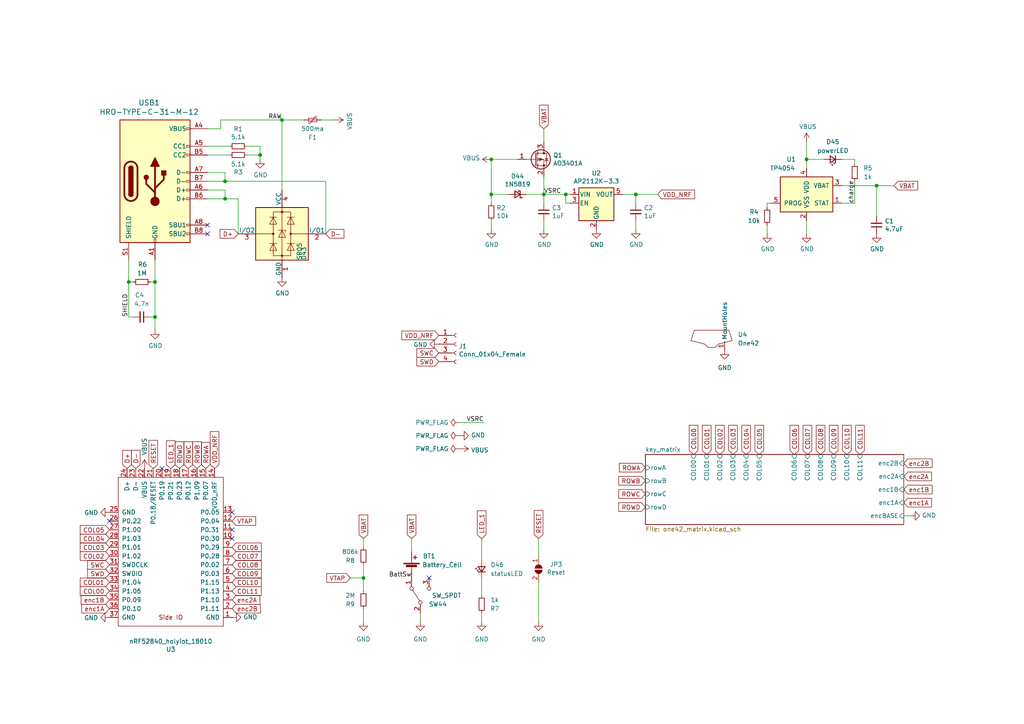
<source format=kicad_sch>
(kicad_sch (version 20210621) (generator eeschema)
  (paper "A4")
  (lib_symbols
    (symbol "Battery_Management:MCP73831-3-OT" (pin_names (offset 1.016))
      (property "Reference" "U" (at -7.62 6.35 0))
      (property "Value" "Battery_Management_MCP73831-3-OT" (at 1.27 6.35 0))
      (symbol "MCP73831-3-OT_0_1"
        (rectangle (start -7.62 5.08) (end 7.62 -5.08) (stroke (width 0.254)) (fill (type background)))
      )
      (symbol "MCP73831-3-OT_1_1"
        (pin output line (at 10.16 -2.54 180) (length 2.54) (name "STAT") (number "1"))
        (pin power_in line (at 0 -7.62 90) (length 2.54) (name "VSS") (number "2"))
        (pin power_out line (at 10.16 2.54 180) (length 2.54) (name "VBAT") (number "3"))
        (pin power_in line (at 0 7.62 270) (length 2.54) (name "VDD") (number "4"))
        (pin input line (at -10.16 -2.54 0) (length 2.54) (name "PROG") (number "5"))
      )
    )
    (symbol "Connector:Conn_01x04_Female" (pin_names (offset 1.016) hide)
      (property "Reference" "J" (at 0 5.08 0))
      (property "Value" "Connector_Conn_01x04_Female" (at 0 -7.62 0))
      (symbol "Conn_01x04_Female_1_1"
        (arc (start 0 -4.572) (mid -0.508 -5.08) (end 0 -5.588) (stroke (width 0.1524)))
        (arc (start 0 -2.032) (mid -0.508 -2.54) (end 0 -3.048) (stroke (width 0.1524)))
        (polyline (pts (xy -1.27 -5.08) (xy -0.508 -5.08)) (stroke (width 0.1524)))
        (polyline (pts (xy -1.27 -2.54) (xy -0.508 -2.54)) (stroke (width 0.1524)))
        (polyline (pts (xy -1.27 0) (xy -0.508 0)) (stroke (width 0.1524)))
        (polyline (pts (xy -1.27 2.54) (xy -0.508 2.54)) (stroke (width 0.1524)))
        (arc (start 0 0.508) (mid -0.508 0) (end 0 -0.508) (stroke (width 0.1524)))
        (arc (start 0 3.048) (mid -0.508 2.54) (end 0 2.032) (stroke (width 0.1524)))
        (pin passive line (at -5.08 2.54 0) (length 3.81) (name "Pin_1") (number "1"))
        (pin passive line (at -5.08 0 0) (length 3.81) (name "Pin_2") (number "2"))
        (pin passive line (at -5.08 -2.54 0) (length 3.81) (name "Pin_3") (number "3"))
        (pin passive line (at -5.08 -5.08 0) (length 3.81) (name "Pin_4") (number "4"))
      )
    )
    (symbol "Connector:USB_C_Receptacle_USB2.0" (pin_names (offset 1.016))
      (property "Reference" "J" (at -10.16 19.05 0))
      (property "Value" "USB_C_Receptacle_USB2.0" (at 19.05 19.05 0))
      (symbol "USB_C_Receptacle_USB2.0_0_0"
        (rectangle (start -0.254 -17.78) (end 0.254 -16.764))
        (rectangle (start 10.16 -14.986) (end 9.144 -15.494))
        (rectangle (start 10.16 -12.446) (end 9.144 -12.954))
        (rectangle (start 10.16 -4.826) (end 9.144 -5.334))
        (rectangle (start 10.16 -2.286) (end 9.144 -2.794))
        (rectangle (start 10.16 0.254) (end 9.144 -0.254))
        (rectangle (start 10.16 2.794) (end 9.144 2.286))
        (rectangle (start 10.16 7.874) (end 9.144 7.366))
        (rectangle (start 10.16 10.414) (end 9.144 9.906))
        (rectangle (start 10.16 15.494) (end 9.144 14.986))
      )
      (symbol "USB_C_Receptacle_USB2.0_0_1"
        (rectangle (start -10.16 17.78) (end 10.16 -17.78) (stroke (width 0.254)) (fill (type background)))
        (arc (start -8.89 -3.81) (mid -6.985 -5.715) (end -5.08 -3.81) (stroke (width 0.508)))
        (arc (start -7.62 -3.81) (mid -6.985 -4.445) (end -6.35 -3.81) (stroke (width 0.254)))
        (arc (start -7.62 -3.81) (mid -6.985 -4.445) (end -6.35 -3.81) (stroke (width 0.254)) (fill (type outline)))
        (rectangle (start -7.62 -3.81) (end -6.35 3.81) (stroke (width 0.254)) (fill (type outline)))
        (arc (start -6.35 3.81) (mid -6.985 4.445) (end -7.62 3.81) (stroke (width 0.254)))
        (arc (start -6.35 3.81) (mid -6.985 4.445) (end -7.62 3.81) (stroke (width 0.254)) (fill (type outline)))
        (arc (start -5.08 3.81) (mid -6.985 5.715) (end -8.89 3.81) (stroke (width 0.508)))
        (circle (center -2.54 1.143) (radius 0.635) (stroke (width 0.254)) (stroke (width 0.254)) (fill (type outline)))
        (circle (center 0 -5.842) (radius 1.27) (fill (type outline)))
        (polyline (pts (xy -8.89 -3.81) (xy -8.89 3.81)) (stroke (width 0.508)))
        (polyline (pts (xy -5.08 3.81) (xy -5.08 -3.81)) (stroke (width 0.508)))
        (polyline (pts (xy 0 -5.842) (xy 0 4.318)) (stroke (width 0.508)))
        (polyline (pts (xy 0 -3.302) (xy -2.54 -0.762) (xy -2.54 0.508)) (stroke (width 0.508)))
        (polyline (pts (xy 0 -2.032) (xy 2.54 0.508) (xy 2.54 1.778)) (stroke (width 0.508)))
        (polyline (pts (xy -1.27 4.318) (xy 0 6.858) (xy 1.27 4.318) (xy -1.27 4.318)) (stroke (width 0.254)) (fill (type outline)))
        (rectangle (start 1.905 1.778) (end 3.175 3.048) (stroke (width 0.254)) (fill (type outline)))
      )
      (symbol "USB_C_Receptacle_USB2.0_1_1"
        (pin passive line (at 0 -22.86 90) (length 5.08) (name "GND") (number "A1"))
        (pin passive line (at 0 -22.86 90) (length 5.08) hide (name "GND") (number "A12"))
        (pin passive line (at 15.24 15.24 180) (length 5.08) (name "VBUS") (number "A4"))
        (pin bidirectional line (at 15.24 10.16 180) (length 5.08) (name "CC1") (number "A5"))
        (pin bidirectional line (at 15.24 -2.54 180) (length 5.08) (name "D+") (number "A6"))
        (pin bidirectional line (at 15.24 2.54 180) (length 5.08) (name "D-") (number "A7"))
        (pin bidirectional line (at 15.24 -12.7 180) (length 5.08) (name "SBU1") (number "A8"))
        (pin passive line (at 15.24 15.24 180) (length 5.08) hide (name "VBUS") (number "A9"))
        (pin passive line (at 0 -22.86 90) (length 5.08) hide (name "GND") (number "B1"))
        (pin passive line (at 0 -22.86 90) (length 5.08) hide (name "GND") (number "B12"))
        (pin passive line (at 15.24 15.24 180) (length 5.08) hide (name "VBUS") (number "B4"))
        (pin bidirectional line (at 15.24 7.62 180) (length 5.08) (name "CC2") (number "B5"))
        (pin bidirectional line (at 15.24 -5.08 180) (length 5.08) (name "D+") (number "B6"))
        (pin bidirectional line (at 15.24 0 180) (length 5.08) (name "D-") (number "B7"))
        (pin bidirectional line (at 15.24 -15.24 180) (length 5.08) (name "SBU2") (number "B8"))
        (pin passive line (at 15.24 15.24 180) (length 5.08) hide (name "VBUS") (number "B9"))
        (pin passive line (at -7.62 -22.86 90) (length 5.08) (name "SHIELD") (number "S1"))
      )
    )
    (symbol "Device:Battery_Cell" (pin_numbers hide) (pin_names (offset 0) hide)
      (property "Reference" "BT" (at 2.54 2.54 0))
      (property "Value" "Battery_Cell" (at 2.54 0 0))
      (symbol "Battery_Cell_0_1"
        (rectangle (start -2.286 1.778) (end 2.286 1.524) (fill (type outline)))
        (rectangle (start -1.5748 1.1938) (end 1.4732 0.6858) (fill (type outline)))
        (polyline (pts (xy 0 0.762) (xy 0 0)))
        (polyline (pts (xy 0 1.778) (xy 0 2.54)))
        (polyline (pts (xy 0.508 3.429) (xy 1.524 3.429)) (stroke (width 0.254)))
        (polyline (pts (xy 1.016 3.937) (xy 1.016 2.921)) (stroke (width 0.254)))
      )
      (symbol "Battery_Cell_1_1"
        (pin passive line (at 0 5.08 270) (length 2.54) (name "+") (number "1"))
        (pin passive line (at 0 -2.54 90) (length 2.54) (name "-") (number "2"))
      )
    )
    (symbol "Device:C_Small" (pin_numbers hide) (pin_names (offset 0.254) hide)
      (property "Reference" "C" (at 0.254 1.778 0))
      (property "Value" "Device_C_Small" (at 0.254 -2.032 0))
      (symbol "C_Small_0_1"
        (polyline (pts (xy -1.524 -0.508) (xy 1.524 -0.508)) (stroke (width 0.3302)))
        (polyline (pts (xy -1.524 0.508) (xy 1.524 0.508)) (stroke (width 0.3048)))
      )
      (symbol "C_Small_1_1"
        (pin passive line (at 0 2.54 270) (length 2.032) (name "~") (number "1"))
        (pin passive line (at 0 -2.54 90) (length 2.032) (name "~") (number "2"))
      )
    )
    (symbol "Device:D_Schottky_Small" (pin_numbers hide) (pin_names (offset 0.254) hide)
      (property "Reference" "D" (at -1.27 2.032 0))
      (property "Value" "Device_D_Schottky_Small" (at -7.112 -2.032 0))
      (symbol "D_Schottky_Small_0_1"
        (polyline (pts (xy -0.762 0) (xy 0.762 0)))
        (polyline (pts (xy 0.762 -1.016) (xy -0.762 0) (xy 0.762 1.016) (xy 0.762 -1.016)) (stroke (width 0.254)))
        (polyline (pts (xy -1.27 0.762) (xy -1.27 1.016) (xy -0.762 1.016) (xy -0.762 -1.016) (xy -0.254 -1.016) (xy -0.254 -0.762)) (stroke (width 0.254)))
      )
      (symbol "D_Schottky_Small_1_1"
        (pin passive line (at -2.54 0 0) (length 1.778) (name "K") (number "1"))
        (pin passive line (at 2.54 0 180) (length 1.778) (name "A") (number "2"))
      )
    )
    (symbol "Device:LED_Small" (pin_numbers hide) (pin_names (offset 0.254) hide)
      (property "Reference" "D" (at -1.27 3.175 0))
      (property "Value" "Device_LED_Small" (at -4.445 -2.54 0))
      (symbol "LED_Small_0_1"
        (polyline (pts (xy -0.762 -1.016) (xy -0.762 1.016)) (stroke (width 0.254)))
        (polyline (pts (xy 1.016 0) (xy -0.762 0)))
        (polyline (pts (xy 0.762 -1.016) (xy -0.762 0) (xy 0.762 1.016) (xy 0.762 -1.016)) (stroke (width 0.254)))
        (polyline (pts (xy 0 0.762) (xy -0.508 1.27) (xy -0.254 1.27) (xy -0.508 1.27) (xy -0.508 1.016)))
        (polyline (pts (xy 0.508 1.27) (xy 0 1.778) (xy 0.254 1.778) (xy 0 1.778) (xy 0 1.524)))
      )
      (symbol "LED_Small_1_1"
        (pin passive line (at -2.54 0 0) (length 1.778) (name "K") (number "1"))
        (pin passive line (at 2.54 0 180) (length 1.778) (name "A") (number "2"))
      )
    )
    (symbol "Device:Polyfuse_Small" (pin_numbers hide) (pin_names (offset 0))
      (property "Reference" "F" (at -1.905 0 90))
      (property "Value" "Device_Polyfuse_Small" (at 1.905 0 90))
      (symbol "Polyfuse_Small_0_1"
        (rectangle (start -0.508 1.27) (end 0.508 -1.27))
        (polyline (pts (xy 0 2.54) (xy 0 -2.54)))
        (polyline (pts (xy -1.016 1.27) (xy -1.016 0.762) (xy 1.016 -0.762) (xy 1.016 -1.27)))
      )
      (symbol "Polyfuse_Small_1_1"
        (pin passive line (at 0 2.54 270) (length 0.635) (name "~") (number "1"))
        (pin passive line (at 0 -2.54 90) (length 0.635) (name "~") (number "2"))
      )
    )
    (symbol "Device:R_Small" (pin_numbers hide) (pin_names (offset 0.254) hide)
      (property "Reference" "R" (at 0.762 0.508 0))
      (property "Value" "R_Small" (at 0.762 -1.016 0))
      (symbol "R_Small_0_1"
        (rectangle (start -0.762 1.778) (end 0.762 -1.778) (stroke (width 0.2032)))
      )
      (symbol "R_Small_1_1"
        (pin passive line (at 0 2.54 270) (length 0.762) (name "~") (number "1"))
        (pin passive line (at 0 -2.54 90) (length 0.762) (name "~") (number "2"))
      )
    )
    (symbol "Jumper:SolderJumper_2_Open" (pin_names (offset 0) hide)
      (property "Reference" "JP" (at 0 2.032 0))
      (property "Value" "Jumper_SolderJumper_2_Open" (at 0 -2.54 0))
      (symbol "SolderJumper_2_Open_0_1"
        (arc (start -0.254 1.016) (mid -1.27 0) (end -0.254 -1.016))
        (arc (start -0.254 1.016) (mid -1.27 0) (end -0.254 -1.016) (fill (type outline)))
        (polyline (pts (xy -0.254 1.016) (xy -0.254 -1.016)))
        (polyline (pts (xy 0.254 1.016) (xy 0.254 -1.016)))
        (arc (start 0.254 -1.016) (mid 1.27 0) (end 0.254 1.016))
        (arc (start 0.254 -1.016) (mid 1.27 0) (end 0.254 1.016) (fill (type outline)))
      )
      (symbol "SolderJumper_2_Open_1_1"
        (pin passive line (at -3.81 0 0) (length 2.54) (name "A") (number "1"))
        (pin passive line (at 3.81 0 180) (length 2.54) (name "B") (number "2"))
      )
    )
    (symbol "PWR_FLAG_1" (power) (pin_numbers hide) (pin_names (offset 0) hide)
      (property "Value" "PWR_FLAG_1" (at 0 3.81 0))
      (symbol "PWR_FLAG_1_0_0"
        (pin power_out line (at 0 0 90) (length 0) (name "pwr") (number "1"))
      )
      (symbol "PWR_FLAG_1_0_1"
        (polyline (pts (xy 0 0) (xy 0 1.27) (xy -1.016 1.905) (xy 0 2.54) (xy 1.016 1.905) (xy 0 1.27)))
      )
    )
    (symbol "Power_Protection:PRTR5V0U2X" (pin_names (offset 0))
      (property "Reference" "D" (at 2.794 8.636 0))
      (property "Value" "Power_Protection_PRTR5V0U2X" (at 8.128 -9.398 0))
      (symbol "PRTR5V0U2X_0_1"
        (rectangle (start -7.62 -7.62) (end 7.62 7.62) (stroke (width 0.254)) (fill (type background)))
        (circle (center -2.54 0) (radius 0.254) (fill (type outline)))
        (rectangle (start -2.54 6.35) (end 2.54 -6.35))
        (circle (center 0 -6.35) (radius 0.254) (fill (type outline)))
        (polyline (pts (xy -2.54 0) (xy -7.62 0)))
        (polyline (pts (xy -1.524 -2.794) (xy -3.556 -2.794)))
        (polyline (pts (xy -1.524 4.826) (xy -3.556 4.826)))
        (polyline (pts (xy 0 -7.62) (xy 0 7.62)))
        (polyline (pts (xy 1.524 -2.794) (xy 3.556 -2.794)))
        (polyline (pts (xy 1.524 4.826) (xy 3.556 4.826)))
        (polyline (pts (xy 2.54 0) (xy 7.62 0)))
        (polyline (pts (xy 1.016 1.016) (xy -1.016 1.016) (xy -1.016 0.508)))
        (polyline (pts (xy -3.556 -4.826) (xy -1.524 -4.826) (xy -2.54 -2.794) (xy -3.556 -4.826)))
        (polyline (pts (xy -3.556 2.794) (xy -1.524 2.794) (xy -2.54 4.826) (xy -3.556 2.794)))
        (polyline (pts (xy -1.016 -1.016) (xy 1.016 -1.016) (xy 0 1.016) (xy -1.016 -1.016)))
        (polyline (pts (xy 3.556 -4.826) (xy 1.524 -4.826) (xy 2.54 -2.794) (xy 3.556 -4.826)))
        (polyline (pts (xy 3.556 2.794) (xy 1.524 2.794) (xy 2.54 4.826) (xy 3.556 2.794)))
        (circle (center 0 6.35) (radius 0.254) (fill (type outline)))
        (circle (center 2.54 0) (radius 0.254) (fill (type outline)))
      )
      (symbol "PRTR5V0U2X_1_1"
        (pin passive line (at 0 -12.7 90) (length 5.08) (name "GND") (number "1"))
        (pin passive line (at -12.7 0 0) (length 5.08) (name "I/O1") (number "2"))
        (pin passive line (at 12.7 0 180) (length 5.08) (name "I/O2") (number "3"))
        (pin passive line (at 0 12.7 270) (length 5.08) (name "VCC") (number "4"))
      )
    )
    (symbol "R_Small_1" (pin_numbers hide) (pin_names (offset 0.254) hide)
      (property "Reference" "R" (at 0.762 0.508 0))
      (property "Value" "R_Small_1" (at 0.762 -1.016 0))
      (symbol "R_Small_1_0_1"
        (rectangle (start -0.762 1.778) (end 0.762 -1.778) (stroke (width 0.2032)))
      )
      (symbol "R_Small_1_1_1"
        (pin passive line (at 0 2.54 270) (length 0.762) (name "~") (number "1"))
        (pin passive line (at 0 -2.54 90) (length 0.762) (name "~") (number "2"))
      )
    )
    (symbol "R_Small_2" (pin_numbers hide) (pin_names (offset 0.254) hide)
      (property "Reference" "R" (at 0.762 0.508 0))
      (property "Value" "R_Small_2" (at 0.762 -1.016 0))
      (symbol "R_Small_2_0_1"
        (rectangle (start -0.762 1.778) (end 0.762 -1.778) (stroke (width 0.2032)))
      )
      (symbol "R_Small_2_1_1"
        (pin passive line (at 0 2.54 270) (length 0.762) (name "~") (number "1"))
        (pin passive line (at 0 -2.54 90) (length 0.762) (name "~") (number "2"))
      )
    )
    (symbol "R_Small_3" (pin_numbers hide) (pin_names (offset 0.254) hide)
      (property "Reference" "R" (at 0.762 0.508 0))
      (property "Value" "R_Small_3" (at 0.762 -1.016 0))
      (symbol "R_Small_3_0_1"
        (rectangle (start -0.762 1.778) (end 0.762 -1.778) (stroke (width 0.2032)))
      )
      (symbol "R_Small_3_1_1"
        (pin passive line (at 0 2.54 270) (length 0.762) (name "~") (number "1"))
        (pin passive line (at 0 -2.54 90) (length 0.762) (name "~") (number "2"))
      )
    )
    (symbol "R_Small_4" (pin_numbers hide) (pin_names (offset 0.254) hide)
      (property "Reference" "R" (at 0.762 0.508 0))
      (property "Value" "R_Small_4" (at 0.762 -1.016 0))
      (symbol "R_Small_4_0_1"
        (rectangle (start -0.762 1.778) (end 0.762 -1.778) (stroke (width 0.2032)))
      )
      (symbol "R_Small_4_1_1"
        (pin passive line (at 0 2.54 270) (length 0.762) (name "~") (number "1"))
        (pin passive line (at 0 -2.54 90) (length 0.762) (name "~") (number "2"))
      )
    )
    (symbol "R_Small_5" (pin_numbers hide) (pin_names (offset 0.254) hide)
      (property "Reference" "R" (at 0.762 0.508 0))
      (property "Value" "R_Small_5" (at 0.762 -1.016 0))
      (symbol "R_Small_5_0_1"
        (rectangle (start -0.762 1.778) (end 0.762 -1.778) (stroke (width 0.2032)))
      )
      (symbol "R_Small_5_1_1"
        (pin passive line (at 0 2.54 270) (length 0.762) (name "~") (number "1"))
        (pin passive line (at 0 -2.54 90) (length 0.762) (name "~") (number "2"))
      )
    )
    (symbol "R_Small_6" (pin_numbers hide) (pin_names (offset 0.254) hide)
      (property "Reference" "R" (at 0.762 0.508 0))
      (property "Value" "R_Small_6" (at 0.762 -1.016 0))
      (symbol "R_Small_6_0_1"
        (rectangle (start -0.762 1.778) (end 0.762 -1.778) (stroke (width 0.2032)))
      )
      (symbol "R_Small_6_1_1"
        (pin passive line (at 0 2.54 270) (length 0.762) (name "~") (number "1"))
        (pin passive line (at 0 -2.54 90) (length 0.762) (name "~") (number "2"))
      )
    )
    (symbol "R_Small_7" (pin_numbers hide) (pin_names (offset 0.254) hide)
      (property "Reference" "R" (at 0.762 0.508 0))
      (property "Value" "R_Small_7" (at 0.762 -1.016 0))
      (symbol "R_Small_7_0_1"
        (rectangle (start -0.762 1.778) (end 0.762 -1.778) (stroke (width 0.2032)))
      )
      (symbol "R_Small_7_1_1"
        (pin passive line (at 0 2.54 270) (length 0.762) (name "~") (number "1"))
        (pin passive line (at 0 -2.54 90) (length 0.762) (name "~") (number "2"))
      )
    )
    (symbol "R_Small_8" (pin_numbers hide) (pin_names (offset 0.254) hide)
      (property "Reference" "R" (at 0.762 0.508 0))
      (property "Value" "R_Small_8" (at 0.762 -1.016 0))
      (symbol "R_Small_8_0_1"
        (rectangle (start -0.762 1.778) (end 0.762 -1.778) (stroke (width 0.2032)))
      )
      (symbol "R_Small_8_1_1"
        (pin passive line (at 0 2.54 270) (length 0.762) (name "~") (number "1"))
        (pin passive line (at 0 -2.54 90) (length 0.762) (name "~") (number "2"))
      )
    )
    (symbol "Regulator_Linear:AP2112K-3.3" (pin_names (offset 0.254))
      (property "Reference" "U" (at -5.08 5.715 0))
      (property "Value" "Regulator_Linear_AP2112K-3.3" (at 0 5.715 0))
      (symbol "AP2112K-3.3_0_1"
        (rectangle (start -5.08 4.445) (end 5.08 -5.08) (stroke (width 0.254)) (fill (type background)))
      )
      (symbol "AP2112K-3.3_1_1"
        (pin power_in line (at -7.62 2.54 0) (length 2.54) (name "VIN") (number "1"))
        (pin power_in line (at 0 -7.62 90) (length 2.54) (name "GND") (number "2"))
        (pin input line (at -7.62 0 0) (length 2.54) (name "EN") (number "3"))
        (pin no_connect line (at 5.08 0 180) (length 2.54) hide (name "NC") (number "4"))
        (pin power_out line (at 7.62 2.54 180) (length 2.54) (name "VOUT") (number "5"))
      )
    )
    (symbol "Switch:SW_SPDT" (pin_names (offset 0) hide)
      (property "Reference" "SW" (at 0 4.318 0))
      (property "Value" "Switch_SW_SPDT" (at 0 -5.08 0))
      (symbol "SW_SPDT_0_0"
        (circle (center -2.032 0) (radius 0.508))
        (circle (center 2.032 -2.54) (radius 0.508))
      )
      (symbol "SW_SPDT_0_1"
        (polyline (pts (xy -1.524 0.254) (xy 1.651 2.286)))
        (circle (center 2.032 2.54) (radius 0.508))
      )
      (symbol "SW_SPDT_1_1"
        (pin passive line (at 5.08 2.54 180) (length 2.54) (name "A") (number "1"))
        (pin passive line (at -5.08 0 0) (length 2.54) (name "B") (number "2"))
        (pin passive line (at 5.08 -2.54 180) (length 2.54) (name "C") (number "3"))
      )
    )
    (symbol "Transistor_FET:AO3401A" (pin_names hide)
      (property "Reference" "Q" (at 5.08 1.905 0))
      (property "Value" "Transistor_FET_AO3401A" (at 5.08 0 0))
      (symbol "AO3401A_0_1"
        (polyline (pts (xy 0.254 0) (xy -2.54 0)))
        (polyline (pts (xy 0.254 1.905) (xy 0.254 -1.905)) (stroke (width 0.254)))
        (polyline (pts (xy 0.762 -1.27) (xy 0.762 -2.286)) (stroke (width 0.254)))
        (polyline (pts (xy 0.762 0.508) (xy 0.762 -0.508)) (stroke (width 0.254)))
        (polyline (pts (xy 0.762 2.286) (xy 0.762 1.27)) (stroke (width 0.254)))
        (polyline (pts (xy 2.54 2.54) (xy 2.54 1.778)))
        (polyline (pts (xy 2.54 -2.54) (xy 2.54 0) (xy 0.762 0)))
        (polyline (pts (xy 0.762 1.778) (xy 3.302 1.778) (xy 3.302 -1.778) (xy 0.762 -1.778)))
        (polyline (pts (xy 2.286 0) (xy 1.27 0.381) (xy 1.27 -0.381) (xy 2.286 0)) (fill (type outline)))
        (polyline (pts (xy 2.794 -0.508) (xy 2.921 -0.381) (xy 3.683 -0.381) (xy 3.81 -0.254)))
        (polyline (pts (xy 3.302 -0.381) (xy 2.921 0.254) (xy 3.683 0.254) (xy 3.302 -0.381)))
        (circle (center 1.651 0) (radius 2.794) (stroke (width 0.254)) (stroke (width 0.254)))
        (circle (center 2.54 -1.778) (radius 0.254) (fill (type outline)))
        (circle (center 2.54 1.778) (radius 0.254) (fill (type outline)))
      )
      (symbol "AO3401A_1_1"
        (pin input line (at -5.08 0 0) (length 2.54) (name "G") (number "1"))
        (pin passive line (at 2.54 -5.08 90) (length 2.54) (name "S") (number "2"))
        (pin passive line (at 2.54 5.08 270) (length 2.54) (name "D") (number "3"))
      )
    )
    (symbol "keebMCU:nRF52840_holyiot_18010" (pin_names (offset 1.016))
      (property "Reference" "U3" (at 0 28.321 0))
      (property "Value" "nRF52840_holyiot_18010" (at 0 26.0096 0))
      (symbol "nRF52840_holyiot_18010_0_0"
        (rectangle (start -15.24 21.59) (end 15.24 -21.59))
        (text "Side IO" (at 0 19.05 0) (effects (font (size 1.27 1.27))))
      )
      (symbol "nRF52840_holyiot_18010_1_1"
        (pin power_in line (at -17.78 19.05 0) (length 2.54) (name "GND") (number "1"))
        (pin bidirectional line (at -17.78 -3.81 0) (length 2.54) (name "P0.30") (number "10"))
        (pin bidirectional line (at -17.78 -6.35 0) (length 2.54) (name "P0.31") (number "11"))
        (pin bidirectional line (at -17.78 -8.89 0) (length 2.54) (name "P0.04") (number "12"))
        (pin bidirectional line (at -17.78 -11.43 0) (length 2.54) (name "P0.05") (number "13"))
        (pin power_in line (at -12.7 -24.13 90) (length 2.54) (name "VDD_nRF") (number "14"))
        (pin bidirectional line (at -10.16 -24.13 90) (length 2.54) (name "P0.07") (number "15"))
        (pin bidirectional line (at -7.62 -24.13 90) (length 2.54) (name "P1.09") (number "16"))
        (pin bidirectional line (at -5.08 -24.13 90) (length 2.54) (name "P0.12") (number "17"))
        (pin bidirectional line (at -2.54 -24.13 90) (length 2.54) (name "P0.23") (number "18"))
        (pin bidirectional line (at 0 -24.13 90) (length 2.54) (name "P0.21") (number "19"))
        (pin bidirectional line (at -17.78 16.51 0) (length 2.54) (name "P1.11") (number "2"))
        (pin bidirectional line (at 2.54 -24.13 90) (length 2.54) (name "P0.19") (number "20"))
        (pin input line (at 5.08 -24.13 90) (length 2.54) (name "P0.18/RESET") (number "21"))
        (pin power_in line (at 7.62 -24.13 90) (length 2.54) (name "VBUS") (number "22"))
        (pin bidirectional line (at 10.16 -24.13 90) (length 2.54) (name "D-") (number "23"))
        (pin bidirectional line (at 12.7 -24.13 90) (length 2.54) (name "D+") (number "24"))
        (pin power_in line (at 17.78 -11.43 180) (length 2.54) (name "GND") (number "25"))
        (pin bidirectional line (at 17.78 -8.89 180) (length 2.54) (name "P0.22") (number "26"))
        (pin bidirectional line (at 17.78 -6.35 180) (length 2.54) (name "P1.00") (number "27"))
        (pin bidirectional line (at 17.78 -3.81 180) (length 2.54) (name "P1.03") (number "28"))
        (pin bidirectional line (at 17.78 -1.27 180) (length 2.54) (name "P1.01") (number "29"))
        (pin bidirectional line (at -17.78 13.97 0) (length 2.54) (name "P1.10") (number "3"))
        (pin bidirectional line (at 17.78 1.27 180) (length 2.54) (name "P1.02") (number "30"))
        (pin bidirectional line (at 17.78 3.81 180) (length 2.54) (name "SWDCLK") (number "31"))
        (pin bidirectional line (at 17.78 6.35 180) (length 2.54) (name "SWDIO") (number "32"))
        (pin bidirectional line (at 17.78 8.89 180) (length 2.54) (name "P1.04") (number "33"))
        (pin bidirectional line (at 17.78 11.43 180) (length 2.54) (name "P1.06") (number "34"))
        (pin bidirectional line (at 17.78 13.97 180) (length 2.54) (name "P0.09") (number "35"))
        (pin bidirectional line (at 17.78 16.51 180) (length 2.54) (name "P0.10") (number "36"))
        (pin power_in line (at 17.78 19.05 180) (length 2.54) (name "GND") (number "37"))
        (pin bidirectional line (at -17.78 11.43 0) (length 2.54) (name "P1.13") (number "4"))
        (pin bidirectional line (at -17.78 8.89 0) (length 2.54) (name "P1.15") (number "5"))
        (pin bidirectional line (at -17.78 6.35 0) (length 2.54) (name "P0.03") (number "6"))
        (pin bidirectional line (at -17.78 3.81 0) (length 2.54) (name "P0.02") (number "7"))
        (pin bidirectional line (at -17.78 1.27 0) (length 2.54) (name "P0.28") (number "8"))
        (pin bidirectional line (at -17.78 -1.27 0) (length 2.54) (name "P0.29") (number "9"))
      )
    )
    (symbol "one42:One42"
      (property "Reference" "U" (at 0 -2 0))
      (property "Value" "One42" (at 0 0 0))
      (symbol "One42_0_1"
        (polyline (pts (xy -5 2) (xy 5 2) (xy 6 -1) (xy 2 -2) (xy 1 -3) (xy -1 -3) (xy -2 -2) (xy -6 -1) (xy -5 2)) (stroke (width 0.1524)))
      )
      (symbol "One42_1_1"
        (pin power_out line (at 3.81 -3.81 90) (length 2.54) (name "MountHoles") (number "1"))
      )
    )
    (symbol "power:GND" (power) (pin_names (offset 0))
      (property "Value" "GND" (at 0 -3.81 0))
      (symbol "GND_0_1"
        (polyline (pts (xy 0 0) (xy 0 -1.27) (xy 1.27 -1.27) (xy 0 -2.54) (xy -1.27 -1.27) (xy 0 -1.27)))
      )
      (symbol "GND_1_1"
        (pin power_in line (at 0 0 270) (length 0) hide (name "GND") (number "1"))
      )
    )
    (symbol "power:PWR_FLAG" (power) (pin_numbers hide) (pin_names (offset 0) hide)
      (property "Value" "PWR_FLAG" (at 0 3.81 0))
      (symbol "PWR_FLAG_0_0"
        (pin power_out line (at 0 0 90) (length 0) (name "pwr") (number "1"))
      )
      (symbol "PWR_FLAG_0_1"
        (polyline (pts (xy 0 0) (xy 0 1.27) (xy -1.016 1.905) (xy 0 2.54) (xy 1.016 1.905) (xy 0 1.27)))
      )
    )
    (symbol "power:VBUS" (power) (pin_names (offset 0))
      (property "Value" "VBUS" (at 0 3.81 0))
      (symbol "VBUS_0_1"
        (polyline (pts (xy -0.762 1.27) (xy 0 2.54)))
        (polyline (pts (xy 0 0) (xy 0 2.54)))
        (polyline (pts (xy 0 2.54) (xy 0.762 1.27)))
      )
      (symbol "VBUS_1_1"
        (pin power_in line (at 0 0 90) (length 0) hide (name "VBUS") (number "1"))
      )
    )
  )
  (junction (at 37.338 81.788))
  (junction (at 44.958 81.788))
  (junction (at 44.958 91.948))
  (junction (at 65.278 52.578))
  (junction (at 65.278 57.658))
  (junction (at 75.438 44.958))
  (junction (at 81.788 34.798))
  (junction (at 105.41 167.64))
  (junction (at 142.494 46.228))
  (junction (at 142.494 56.388))
  (junction (at 157.734 56.388))
  (junction (at 164.084 56.388))
  (junction (at 184.404 56.388))
  (junction (at 233.934 46.228))
  (junction (at 254.254 53.848))
  (no_connect (at 31.75 151.13))
  (no_connect (at 46.99 135.89))
  (no_connect (at 60.198 65.278))
  (no_connect (at 60.198 67.818))
  (no_connect (at 67.31 148.59))
  (no_connect (at 67.31 153.67))
  (no_connect (at 67.31 156.21))
  (no_connect (at 124.46 167.64))
  (wire (pts (xy 37.338 75.438) (xy 37.338 81.788)))
  (wire (pts (xy 37.338 81.788) (xy 37.338 91.948)))
  (wire (pts (xy 37.338 81.788) (xy 38.608 81.788)))
  (wire (pts (xy 37.338 91.948) (xy 38.608 91.948)))
  (wire (pts (xy 43.688 81.788) (xy 44.958 81.788)))
  (wire (pts (xy 43.688 91.948) (xy 44.958 91.948)))
  (wire (pts (xy 44.958 75.438) (xy 44.958 81.788)))
  (wire (pts (xy 44.958 81.788) (xy 44.958 91.948)))
  (wire (pts (xy 44.958 91.948) (xy 44.958 95.758)))
  (wire (pts (xy 60.198 37.338) (xy 64.008 37.338)))
  (wire (pts (xy 60.198 50.038) (xy 65.278 50.038)))
  (wire (pts (xy 60.198 55.118) (xy 65.278 55.118)))
  (wire (pts (xy 64.008 34.798) (xy 81.788 34.798)))
  (wire (pts (xy 64.008 37.338) (xy 64.008 34.798)))
  (wire (pts (xy 65.278 50.038) (xy 65.278 52.578)))
  (wire (pts (xy 65.278 52.578) (xy 60.198 52.578)))
  (wire (pts (xy 65.278 52.578) (xy 94.488 52.578)))
  (wire (pts (xy 65.278 55.118) (xy 65.278 57.658)))
  (wire (pts (xy 65.278 57.658) (xy 60.198 57.658)))
  (wire (pts (xy 65.278 57.658) (xy 69.088 57.658)))
  (wire (pts (xy 66.548 42.418) (xy 60.198 42.418)))
  (wire (pts (xy 66.548 44.958) (xy 60.198 44.958)))
  (wire (pts (xy 69.088 57.658) (xy 69.088 67.818)))
  (wire (pts (xy 71.628 42.418) (xy 75.438 42.418)))
  (wire (pts (xy 71.628 44.958) (xy 75.438 44.958)))
  (wire (pts (xy 75.438 42.418) (xy 75.438 44.958)))
  (wire (pts (xy 75.438 44.958) (xy 75.438 46.228)))
  (wire (pts (xy 81.788 34.798) (xy 81.788 55.118)))
  (wire (pts (xy 81.788 34.798) (xy 88.138 34.798)))
  (wire (pts (xy 93.218 34.798) (xy 97.028 34.798)))
  (wire (pts (xy 94.488 52.578) (xy 94.488 67.818)))
  (wire (pts (xy 101.6 167.64) (xy 105.41 167.64)))
  (wire (pts (xy 105.41 158.75) (xy 105.41 156.21)))
  (wire (pts (xy 105.41 163.83) (xy 105.41 167.64)))
  (wire (pts (xy 105.41 167.64) (xy 105.41 171.45)))
  (wire (pts (xy 105.41 176.53) (xy 105.41 180.34)))
  (wire (pts (xy 119.38 160.02) (xy 119.38 156.21)))
  (wire (pts (xy 121.92 177.8) (xy 121.92 180.34)))
  (wire (pts (xy 133.35 122.555) (xy 140.335 122.555)))
  (wire (pts (xy 139.7 156.21) (xy 139.7 162.56)))
  (wire (pts (xy 139.7 167.64) (xy 139.7 172.72)))
  (wire (pts (xy 139.7 177.8) (xy 139.7 180.34)))
  (wire (pts (xy 142.494 46.228) (xy 142.494 56.388)))
  (wire (pts (xy 142.494 46.228) (xy 150.114 46.228)))
  (wire (pts (xy 142.494 58.928) (xy 142.494 56.388)))
  (wire (pts (xy 142.494 66.548) (xy 142.494 64.008)))
  (wire (pts (xy 147.574 56.388) (xy 142.494 56.388)))
  (wire (pts (xy 152.654 56.388) (xy 157.734 56.388)))
  (wire (pts (xy 156.21 156.21) (xy 156.21 161.29)))
  (wire (pts (xy 156.21 168.91) (xy 156.21 180.34)))
  (wire (pts (xy 157.734 37.338) (xy 157.734 41.148)))
  (wire (pts (xy 157.734 51.308) (xy 157.734 56.388)))
  (wire (pts (xy 157.734 56.388) (xy 164.084 56.388)))
  (wire (pts (xy 157.734 58.928) (xy 157.734 56.388)))
  (wire (pts (xy 157.734 64.008) (xy 157.734 66.548)))
  (wire (pts (xy 164.084 56.388) (xy 165.354 56.388)))
  (wire (pts (xy 164.084 58.928) (xy 164.084 56.388)))
  (wire (pts (xy 165.354 58.928) (xy 164.084 58.928)))
  (wire (pts (xy 180.594 56.388) (xy 184.404 56.388)))
  (wire (pts (xy 184.404 56.388) (xy 190.754 56.388)))
  (wire (pts (xy 184.404 58.928) (xy 184.404 56.388)))
  (wire (pts (xy 184.404 64.008) (xy 184.404 66.548)))
  (wire (pts (xy 222.504 58.928) (xy 223.774 58.928)))
  (wire (pts (xy 222.504 60.198) (xy 222.504 58.928)))
  (wire (pts (xy 222.504 65.278) (xy 222.504 67.818)))
  (wire (pts (xy 233.934 41.148) (xy 233.934 46.228)))
  (wire (pts (xy 233.934 46.228) (xy 233.934 48.768)))
  (wire (pts (xy 233.934 46.228) (xy 239.014 46.228)))
  (wire (pts (xy 233.934 64.008) (xy 233.934 67.818)))
  (wire (pts (xy 244.094 53.848) (xy 254.254 53.848)))
  (wire (pts (xy 244.094 58.928) (xy 247.904 58.928)))
  (wire (pts (xy 247.904 46.228) (xy 244.094 46.228)))
  (wire (pts (xy 247.904 47.498) (xy 247.904 46.228)))
  (wire (pts (xy 247.904 52.578) (xy 247.904 58.928)))
  (wire (pts (xy 254.254 53.848) (xy 254.254 62.738)))
  (wire (pts (xy 254.254 53.848) (xy 259.334 53.848)))
  (wire (pts (xy 264.16 149.606) (xy 262.128 149.606)))
  (label "SHIELD" (at 37.338 91.948 90))
  (label "RAW" (at 81.788 34.798 180))
  (label "BattSw" (at 119.38 167.64 180))
  (label "VSRC" (at 140.335 122.555 180))
  (label "VSRC" (at 157.734 56.388 0))
  (label "charge" (at 247.904 58.928 90))
  (global_label "COL05" (shape input) (at 31.75 153.67 180) (property "Intersheet References" "${INTERSHEET_REFS}" (effects hide)))
  (global_label "COL04" (shape input) (at 31.75 156.21 180) (property "Intersheet References" "${INTERSHEET_REFS}" (effects hide)))
  (global_label "COL03" (shape input) (at 31.75 158.75 180) (property "Intersheet References" "${INTERSHEET_REFS}" (effects hide)))
  (global_label "COL02" (shape input) (at 31.75 161.29 180) (property "Intersheet References" "${INTERSHEET_REFS}" (effects hide)))
  (global_label "SWC" (shape input) (at 31.75 163.83 180) (property "Intersheet References" "${INTERSHEET_REFS}" (effects hide)))
  (global_label "SWD" (shape input) (at 31.75 166.37 180) (property "Intersheet References" "${INTERSHEET_REFS}" (effects hide)))
  (global_label "COL01" (shape input) (at 31.75 168.91 180) (property "Intersheet References" "${INTERSHEET_REFS}" (effects hide)))
  (global_label "COL00" (shape input) (at 31.75 171.45 180) (property "Intersheet References" "${INTERSHEET_REFS}" (effects hide)))
  (global_label "enc1B" (shape input) (at 31.75 173.99 180) (property "Intersheet References" "${INTERSHEET_REFS}" (effects hide)))
  (global_label "enc1A" (shape input) (at 31.75 176.53 180) (property "Intersheet References" "${INTERSHEET_REFS}" (effects hide)))
  (global_label "D+" (shape input) (at 36.83 135.89 90) (property "Intersheet References" "${INTERSHEET_REFS}" (effects hide)))
  (global_label "D-" (shape input) (at 39.37 135.89 90) (property "Intersheet References" "${INTERSHEET_REFS}" (effects hide)))
  (global_label "RESET" (shape input) (at 44.45 135.89 90) (property "Intersheet References" "${INTERSHEET_REFS}" (effects hide)))
  (global_label "LED_1" (shape input) (at 49.53 135.89 90) (property "Intersheet References" "${INTERSHEET_REFS}" (effects hide)))
  (global_label "ROWD" (shape input) (at 52.07 135.89 90) (property "Intersheet References" "${INTERSHEET_REFS}" (effects hide)))
  (global_label "ROWC" (shape input) (at 54.61 135.89 90) (property "Intersheet References" "${INTERSHEET_REFS}" (effects hide)))
  (global_label "ROWB" (shape input) (at 57.15 135.89 90) (property "Intersheet References" "${INTERSHEET_REFS}" (effects hide)))
  (global_label "ROWA" (shape input) (at 59.69 135.89 90) (property "Intersheet References" "${INTERSHEET_REFS}" (effects hide)))
  (global_label "VDD_NRF" (shape input) (at 62.23 135.89 90) (property "Intersheet References" "${INTERSHEET_REFS}" (effects hide)))
  (global_label "VTAP" (shape input) (at 67.31 151.13 0) (property "Intersheet References" "${INTERSHEET_REFS}" (effects hide)))
  (global_label "COL06" (shape input) (at 67.31 158.75 0) (property "Intersheet References" "${INTERSHEET_REFS}" (effects hide)))
  (global_label "COL07" (shape input) (at 67.31 161.29 0) (property "Intersheet References" "${INTERSHEET_REFS}" (effects hide)))
  (global_label "COL08" (shape input) (at 67.31 163.83 0) (property "Intersheet References" "${INTERSHEET_REFS}" (effects hide)))
  (global_label "COL09" (shape input) (at 67.31 166.37 0) (property "Intersheet References" "${INTERSHEET_REFS}" (effects hide)))
  (global_label "COL10" (shape input) (at 67.31 168.91 0) (property "Intersheet References" "${INTERSHEET_REFS}" (effects hide)))
  (global_label "COL11" (shape input) (at 67.31 171.45 0) (property "Intersheet References" "${INTERSHEET_REFS}" (effects hide)))
  (global_label "enc2A" (shape input) (at 67.31 173.99 0) (property "Intersheet References" "${INTERSHEET_REFS}" (effects hide)))
  (global_label "enc2B" (shape input) (at 67.31 176.53 0) (property "Intersheet References" "${INTERSHEET_REFS}" (effects hide)))
  (global_label "D+" (shape input) (at 69.088 67.818 180) (property "Intersheet References" "${INTERSHEET_REFS}" (effects hide)))
  (global_label "D-" (shape input) (at 94.488 67.818 0) (property "Intersheet References" "${INTERSHEET_REFS}" (effects hide)))
  (global_label "VTAP" (shape input) (at 101.6 167.64 180) (property "Intersheet References" "${INTERSHEET_REFS}" (effects hide)))
  (global_label "VBAT" (shape input) (at 105.41 156.21 90) (property "Intersheet References" "${INTERSHEET_REFS}" (effects hide)))
  (global_label "VBAT" (shape input) (at 119.38 156.21 90) (property "Intersheet References" "${INTERSHEET_REFS}" (effects hide)))
  (global_label "VDD_NRF" (shape input) (at 127.254 97.282 180) (property "Intersheet References" "${INTERSHEET_REFS}" (effects hide)))
  (global_label "SWC" (shape input) (at 127.254 102.362 180) (property "Intersheet References" "${INTERSHEET_REFS}" (effects hide)))
  (global_label "SWD" (shape input) (at 127.254 104.902 180) (property "Intersheet References" "${INTERSHEET_REFS}" (effects hide)))
  (global_label "LED_1" (shape input) (at 139.7 156.21 90) (property "Intersheet References" "${INTERSHEET_REFS}" (effects hide)))
  (global_label "RESET" (shape input) (at 156.21 156.21 90) (property "Intersheet References" "${INTERSHEET_REFS}" (effects hide)))
  (global_label "VBAT" (shape input) (at 157.734 37.338 90) (property "Intersheet References" "${INTERSHEET_REFS}" (effects hide)))
  (global_label "ROWA" (shape input) (at 187.198 135.636 180) (property "Intersheet References" "${INTERSHEET_REFS}" (effects hide)))
  (global_label "ROWB" (shape input) (at 187.198 139.446 180) (property "Intersheet References" "${INTERSHEET_REFS}" (effects hide)))
  (global_label "ROWC" (shape input) (at 187.198 143.256 180) (property "Intersheet References" "${INTERSHEET_REFS}" (effects hide)))
  (global_label "ROWD" (shape input) (at 187.198 147.066 180) (property "Intersheet References" "${INTERSHEET_REFS}" (effects hide)))
  (global_label "VDD_NRF" (shape input) (at 190.754 56.388 0) (property "Intersheet References" "${INTERSHEET_REFS}" (effects hide)))
  (global_label "COL00" (shape input) (at 201.168 131.826 90) (property "Intersheet References" "${INTERSHEET_REFS}" (effects hide)))
  (global_label "COL01" (shape input) (at 204.978 131.826 90) (property "Intersheet References" "${INTERSHEET_REFS}" (effects hide)))
  (global_label "COL02" (shape input) (at 208.788 131.826 90) (property "Intersheet References" "${INTERSHEET_REFS}" (effects hide)))
  (global_label "COL03" (shape input) (at 212.598 131.826 90) (property "Intersheet References" "${INTERSHEET_REFS}" (effects hide)))
  (global_label "COL04" (shape input) (at 216.408 131.826 90) (property "Intersheet References" "${INTERSHEET_REFS}" (effects hide)))
  (global_label "COL05" (shape input) (at 220.218 131.826 90) (property "Intersheet References" "${INTERSHEET_REFS}" (effects hide)))
  (global_label "COL06" (shape input) (at 230.378 131.826 90) (property "Intersheet References" "${INTERSHEET_REFS}" (effects hide)))
  (global_label "COL07" (shape input) (at 234.188 131.826 90) (property "Intersheet References" "${INTERSHEET_REFS}" (effects hide)))
  (global_label "COL08" (shape input) (at 237.998 131.826 90) (property "Intersheet References" "${INTERSHEET_REFS}" (effects hide)))
  (global_label "COL09" (shape input) (at 241.808 131.826 90) (property "Intersheet References" "${INTERSHEET_REFS}" (effects hide)))
  (global_label "COL10" (shape input) (at 245.618 131.826 90) (property "Intersheet References" "${INTERSHEET_REFS}" (effects hide)))
  (global_label "COL11" (shape input) (at 249.428 131.826 90) (property "Intersheet References" "${INTERSHEET_REFS}" (effects hide)))
  (global_label "VBAT" (shape input) (at 259.334 53.848 0) (property "Intersheet References" "${INTERSHEET_REFS}" (effects hide)))
  (global_label "enc2B" (shape input) (at 262.128 134.366 0) (property "Intersheet References" "${INTERSHEET_REFS}" (effects hide)))
  (global_label "enc2A" (shape input) (at 262.128 138.176 0) (property "Intersheet References" "${INTERSHEET_REFS}" (effects hide)))
  (global_label "enc1B" (shape input) (at 262.128 141.986 0) (property "Intersheet References" "${INTERSHEET_REFS}" (effects hide)))
  (global_label "enc1A" (shape input) (at 262.128 145.796 0) (property "Intersheet References" "${INTERSHEET_REFS}" (effects hide)))
  (symbol (lib_id "power:VBUS") (at 41.91 135.89 0) (unit 1)
    (property "Reference" "#PWR0102" (effects hide))
    (property "Value" "VBUS" (at 41.91 129.54 90))
  )
  (symbol (lib_id "power:VBUS") (at 97.028 34.798 270) (unit 1)
    (property "Reference" "#PWR02" (effects hide))
    (property "Value" "VBUS" (at 101.4222 35.179 0))
  )
  (symbol (lib_id "power:VBUS") (at 133.35 130.175 270) (unit 1)
    (property "Reference" "#PWR0104" (effects hide))
    (property "Value" "VBUS" (at 136.6012 130.556 90) (effects (justify left)))
  )
  (symbol (lib_id "power:VBUS") (at 142.494 46.228 90) (unit 1)
    (property "Reference" "#PWR04" (effects hide))
    (property "Value" "VBUS" (at 139.2682 45.847 90) (effects (justify left)))
  )
  (symbol (lib_id "power:VBUS") (at 233.934 41.148 0) (unit 1)
    (property "Reference" "#PWR07" (effects hide))
    (property "Value" "VBUS" (at 234.315 36.7538 0))
  )
  (symbol (lib_id "power:PWR_FLAG") (at 133.35 122.555 90) (unit 1)
    (property "Reference" "#FLG0103" (effects hide))
    (property "Value" "PWR_FLAG" (at 130.1242 122.555 90) (effects (justify left)))
  )
  (symbol (lib_id "power:PWR_FLAG") (at 133.35 126.365 90) (unit 1)
    (property "Reference" "#FLG0102" (effects hide))
    (property "Value" "PWR_FLAG" (at 130.1242 126.365 90) (effects (justify left)))
  )
  (symbol (lib_name "PWR_FLAG_1") (lib_id "power:PWR_FLAG") (at 133.35 130.175 90) (unit 1)
    (property "Reference" "#FLG0101" (effects hide))
    (property "Value" "PWR_FLAG" (at 130.1242 130.175 90) (effects (justify left)))
  )
  (symbol (lib_id "power:GND") (at 31.75 148.59 270) (unit 1)
    (property "Reference" "#PWR019" (effects hide))
    (property "Value" "GND" (at 28.4988 148.717 90) (effects (justify right)))
  )
  (symbol (lib_id "power:GND") (at 31.75 179.07 270) (unit 1)
    (property "Reference" "#PWR022" (effects hide))
    (property "Value" "GND" (at 28.4988 179.197 90) (effects (justify right)))
  )
  (symbol (lib_id "power:GND") (at 44.958 95.758 0) (unit 1)
    (property "Reference" "#PWR011" (effects hide))
    (property "Value" "GND" (at 45.085 100.2792 0))
  )
  (symbol (lib_id "power:GND") (at 67.31 179.07 90) (unit 1)
    (property "Reference" "#PWR023" (effects hide))
    (property "Value" "GND" (at 70.5612 178.943 90) (effects (justify right)))
  )
  (symbol (lib_id "power:GND") (at 75.438 46.228 0) (unit 1)
    (property "Reference" "#PWR03" (effects hide))
    (property "Value" "GND" (at 75.565 50.7492 0))
  )
  (symbol (lib_id "power:GND") (at 81.788 80.518 0) (unit 1)
    (property "Reference" "#PWR05" (effects hide))
    (property "Value" "GND" (at 81.915 85.0392 0))
  )
  (symbol (lib_id "power:GND") (at 105.41 180.34 0) (unit 1)
    (property "Reference" "#PWR0106" (effects hide))
    (property "Value" "GND" (at 105.41 185.42 0))
  )
  (symbol (lib_id "power:GND") (at 121.92 180.34 0) (unit 1)
    (property "Reference" "#PWR0107" (effects hide))
    (property "Value" "GND" (at 121.92 185.42 0))
  )
  (symbol (lib_id "power:GND") (at 127.254 99.822 270) (unit 1)
    (property "Reference" "#PWR021" (effects hide))
    (property "Value" "GND" (at 124.0028 99.949 90) (effects (justify right)))
  )
  (symbol (lib_id "power:GND") (at 133.35 126.365 90) (unit 1)
    (property "Reference" "#PWR0101" (effects hide))
    (property "Value" "GND" (at 136.6012 126.238 90) (effects (justify right)))
  )
  (symbol (lib_id "power:GND") (at 139.7 180.34 0) (unit 1)
    (property "Reference" "#PWR01" (effects hide))
    (property "Value" "GND" (at 139.7 185.42 0))
  )
  (symbol (lib_id "power:GND") (at 142.494 66.548 0) (unit 1)
    (property "Reference" "#PWR010" (effects hide))
    (property "Value" "GND" (at 142.621 70.9422 0))
  )
  (symbol (lib_id "power:GND") (at 156.21 180.34 0) (unit 1)
    (property "Reference" "#PWR08" (effects hide))
    (property "Value" "GND" (at 156.21 185.42 0))
  )
  (symbol (lib_id "power:GND") (at 157.734 66.548 0) (unit 1)
    (property "Reference" "#PWR013" (effects hide))
    (property "Value" "GND" (at 157.861 70.9422 0))
  )
  (symbol (lib_id "power:GND") (at 172.974 66.548 0) (unit 1)
    (property "Reference" "#PWR014" (effects hide))
    (property "Value" "GND" (at 173.101 70.9422 0))
  )
  (symbol (lib_id "power:GND") (at 184.404 66.548 0) (unit 1)
    (property "Reference" "#PWR012" (effects hide))
    (property "Value" "GND" (at 184.531 70.9422 0))
  )
  (symbol (lib_id "power:GND") (at 210.185 101.6 0) (unit 1)
    (property "Reference" "#PWR?" (effects hide))
    (property "Value" "GND" (at 210.185 106.68 0))
  )
  (symbol (lib_id "power:GND") (at 222.504 67.818 0) (unit 1)
    (property "Reference" "#PWR0108" (effects hide))
    (property "Value" "GND" (at 222.631 72.2122 0))
  )
  (symbol (lib_id "power:GND") (at 233.934 67.818 0) (unit 1)
    (property "Reference" "#PWR015" (effects hide))
    (property "Value" "GND" (at 234.061 72.2122 0))
  )
  (symbol (lib_id "power:GND") (at 254.254 67.818 0) (unit 1)
    (property "Reference" "#PWR06" (effects hide))
    (property "Value" "GND" (at 254.381 72.2122 0))
  )
  (symbol (lib_id "power:GND") (at 264.16 149.606 90) (unit 1)
    (property "Reference" "#PWR027" (effects hide))
    (property "Value" "GND" (at 267.4112 149.479 90) (effects (justify right)))
  )
  (symbol (lib_name "R_Small_1") (lib_id "Device:R_Small") (at 41.148 81.788 270) (unit 1)
    (property "Reference" "R6" (at 39.9796 76.708 90) (effects (justify left)))
    (property "Value" "1M" (at 39.751 79.248 90) (effects (justify left)))
    (property "Footprint" "Resistor_SMD:R_0805_2012Metric" (effects hide))
    (property "JLC" "0805" (effects hide))
    (property "LCSC" "C17514" (effects hide))
  )
  (symbol (lib_name "R_Small_3") (lib_id "Device:R_Small") (at 69.088 42.418 270) (unit 1)
    (property "Reference" "R1" (at 69.088 37.4396 90))
    (property "Value" "5.1k" (at 69.088 39.751 90))
    (property "Footprint" "Resistor_SMD:R_0805_2012Metric" (effects hide))
    (property "JLC" "0805" (effects hide))
    (property "LCSC" "C27834" (effects hide))
  )
  (symbol (lib_name "R_Small_2") (lib_id "Device:R_Small") (at 69.088 44.958 90) (unit 1)
    (property "Reference" "R3" (at 69.088 49.9364 90))
    (property "Value" "5.1k" (at 69.088 47.625 90))
    (property "Footprint" "Resistor_SMD:R_0805_2012Metric" (effects hide))
    (property "JLC" "0805" (effects hide))
    (property "LCSC" "C27834" (effects hide))
  )
  (symbol (lib_name "R_Small_5") (lib_id "Device:R_Small") (at 105.41 161.29 180) (unit 1)
    (property "Reference" "R8" (at 101.6 162.56 0))
    (property "Value" "806k" (at 101.6 160.02 0))
    (property "Footprint" "Resistor_SMD:R_0805_2012Metric" (effects hide))
  )
  (symbol (lib_name "R_Small_4") (lib_id "Device:R_Small") (at 105.41 173.99 180) (unit 1)
    (property "Reference" "R9" (at 101.6 175.26 0))
    (property "Value" "2M" (at 101.6 172.72 0))
    (property "Footprint" "Resistor_SMD:R_0805_2012Metric" (effects hide))
    (property "JLC" "0805" (effects hide))
    (property "LCSC" "C26112" (effects hide))
  )
  (symbol (lib_name "R_Small_6") (lib_id "Device:R_Small") (at 139.7 175.26 0) (unit 1)
    (property "Reference" "R7" (at 143.51 176.53 0))
    (property "Value" "1k" (at 143.51 173.99 0))
    (property "Footprint" "Resistor_SMD:R_0805_2012Metric" (effects hide))
    (property "JLC" "0805" (effects hide))
    (property "LCSC" "C17513" (effects hide))
  )
  (symbol (lib_name "R_Small_7") (lib_id "Device:R_Small") (at 142.494 61.468 0) (unit 1)
    (property "Reference" "R2" (at 143.9926 60.2996 0) (effects (justify left)))
    (property "Value" "10k" (at 143.9926 62.611 0) (effects (justify left)))
    (property "Footprint" "Resistor_SMD:R_0805_2012Metric" (effects hide))
    (property "JLC" "0805" (effects hide))
    (property "LCSC" "C17414" (effects hide))
  )
  (symbol (lib_name "R_Small_8") (lib_id "Device:R_Small") (at 222.504 62.738 0) (unit 1)
    (property "Reference" "R4" (at 218.694 61.468 0))
    (property "Value" "10k" (at 218.694 64.008 0))
    (property "Footprint" "Resistor_SMD:R_0805_2012Metric" (effects hide))
    (property "JLC" "0805" (effects hide))
    (property "LCSC" "C17414" (effects hide))
  )
  (symbol (lib_id "Device:R_Small") (at 247.904 50.038 0) (unit 1)
    (property "Reference" "R5" (at 251.714 48.768 0))
    (property "Value" "1k" (at 251.714 51.308 0))
    (property "Footprint" "Resistor_SMD:R_0805_2012Metric" (effects hide))
    (property "JLC" "0805" (effects hide))
    (property "LCSC" "C17513" (effects hide))
  )
  (symbol (lib_id "Device:Polyfuse_Small") (at 90.678 34.798 270) (unit 1)
    (property "Reference" "F1" (at 90.678 39.878 90))
    (property "Value" "500ma" (at 90.678 37.338 90))
    (property "Footprint" "Fuse:Fuse_1206_3216Metric" (effects hide))
  )
  (symbol (lib_id "Device:D_Schottky_Small") (at 150.114 56.388 180) (unit 1)
    (property "Reference" "D44" (at 150.114 51.1302 0))
    (property "Value" "1N5819" (at 150.114 53.4416 0))
    (property "Footprint" "Diode_SMD:D_SOD-123" (effects hide))
  )
  (symbol (lib_id "Device:LED_Small") (at 139.7 165.1 90) (unit 1)
    (property "Reference" "D46" (at 142.24 163.83 90) (effects (justify right)))
    (property "Value" "statusLED" (at 142.24 166.37 90) (effects (justify right)))
    (property "Footprint" "Diode_SMD:D_0805_2012Metric" (effects hide))
  )
  (symbol (lib_id "Device:LED_Small") (at 241.554 46.228 180) (unit 1)
    (property "Reference" "D45" (at 241.554 41.148 0))
    (property "Value" "powerLED" (at 241.554 43.688 0))
    (property "Footprint" "Diode_SMD:D_0805_2012Metric" (effects hide))
  )
  (symbol (lib_id "Jumper:SolderJumper_2_Open") (at 156.21 165.1 270) (unit 1)
    (property "Reference" "JP3" (at 161.29 163.703 90))
    (property "Value" "Reset" (at 161.29 166.0144 90))
    (property "Footprint" "Jumper:SolderJumper-2_P1.3mm_Open_RoundedPad1.0x1.5mm" (effects hide))
  )
  (symbol (lib_id "Device:C_Small") (at 41.148 91.948 270) (unit 1)
    (property "Reference" "C4" (at 39.1414 85.598 90) (effects (justify left)))
    (property "Value" "4.7n" (at 38.9128 88.138 90) (effects (justify left)))
    (property "Footprint" "Capacitor_SMD:C_1206_3216Metric" (effects hide))
  )
  (symbol (lib_id "Device:C_Small") (at 157.734 61.468 0) (unit 1)
    (property "Reference" "C3" (at 160.0708 60.2996 0) (effects (justify left)))
    (property "Value" "1uF" (at 160.0708 62.611 0) (effects (justify left)))
    (property "Footprint" "Capacitor_SMD:C_0805_2012Metric" (effects hide))
    (property "JLC" "0805" (effects hide))
    (property "LCSC" "C28323" (effects hide))
  )
  (symbol (lib_id "Device:C_Small") (at 184.404 61.468 0) (unit 1)
    (property "Reference" "C2" (at 186.7408 60.2996 0) (effects (justify left)))
    (property "Value" "1uF" (at 186.7408 62.611 0) (effects (justify left)))
    (property "Footprint" "Capacitor_SMD:C_0805_2012Metric" (effects hide))
    (property "JLC" "0805" (effects hide))
    (property "LCSC" "C28323" (effects hide))
  )
  (symbol (lib_id "Device:C_Small") (at 254.254 65.278 180) (unit 1)
    (property "Reference" "C1" (at 256.5908 64.1096 0) (effects (justify right)))
    (property "Value" "4.7uF" (at 256.5908 66.421 0) (effects (justify right)))
    (property "Footprint" "Capacitor_SMD:C_0805_2012Metric" (effects hide))
    (property "JLC" "0805" (effects hide))
    (property "LCSC" "C1779" (effects hide))
  )
  (symbol (lib_id "Device:Battery_Cell") (at 119.38 165.1 0) (unit 1)
    (property "Reference" "BT1" (at 124.46 161.29 0))
    (property "Value" "Battery_Cell" (at 128.27 163.83 0))
    (property "Footprint" "keebLib:cell_pads" (effects hide))
  )
  (symbol (lib_id "Connector:Conn_01x04_Female") (at 132.334 99.822 0) (unit 1)
    (property "Reference" "J1" (at 133.0452 100.4316 0) (effects (justify left)))
    (property "Value" "Conn_01x04_Female" (at 133.0452 102.743 0) (effects (justify left)))
    (property "Footprint" "Connector_PinHeader_2.54mm:PinHeader_1x04_P2.54mm_Vertical" (effects hide))
  )
  (symbol (lib_id "Switch:SW_SPDT") (at 121.92 172.72 90) (unit 1)
    (property "Reference" "SW44" (at 127 175.26 90))
    (property "Value" "SW_SPDT" (at 129.54 172.72 90))
    (property "Footprint" "keebLib:switch_SSSS811101" (effects hide))
  )
  (symbol (lib_id "one42:One42") (at 206.375 97.79 0) (unit 1)
    (property "Reference" "U4" (at 213.995 97.0199 0) (effects (justify left)))
    (property "Value" "One42" (at 213.995 99.5599 0) (effects (justify left)))
    (property "Footprint" "one42:one42" (effects hide))
  )
  (symbol (lib_id "Transistor_FET:AO3401A") (at 155.194 46.228 0) (unit 1)
    (property "Reference" "Q1" (at 160.401 45.0596 0) (effects (justify left)))
    (property "Value" "AO3401A" (at 160.401 47.371 0) (effects (justify left)))
    (property "Footprint" "Package_TO_SOT_SMD:SOT-23" (effects hide))
    (property "Datasheet" "http://www.aosmd.com/pdfs/datasheet/AO3401A.pdf" (effects hide))
    (property "JLC" "SOT-23-3L" (effects hide))
    (property "LCSC" "C15127" (effects hide))
  )
  (symbol (lib_id "Regulator_Linear:AP2112K-3.3") (at 172.974 58.928 0) (unit 1)
    (property "Reference" "U2" (at 172.974 50.2412 0))
    (property "Value" "AP2112K-3.3" (at 172.974 52.5526 0))
    (property "Footprint" "Package_TO_SOT_SMD:SOT-23-5" (effects hide))
    (property "Datasheet" "https://www.diodes.com/assets/Datasheets/AP2112.pdf" (effects hide))
  )
  (symbol (lib_id "Battery_Management:MCP73831-3-OT") (at 233.934 56.388 0) (unit 1)
    (property "Reference" "U1" (at 229.489 46.228 0))
    (property "Value" "TP4054" (at 226.949 48.768 0))
    (property "Footprint" "Package_TO_SOT_SMD:SOT-23-5" (effects hide))
    (property "Datasheet" "http://ww1.microchip.com/downloads/en/DeviceDoc/20001984g.pdf" (effects hide))
    (property "JLC" "SOT-23-5" (effects hide))
    (property "LCSC" "C32574" (effects hide))
  )
  (symbol (lib_id "Power_Protection:PRTR5V0U2X") (at 81.788 67.818 0) (mirror y) (unit 1)
    (property "Reference" "D43" (at 88.138 75.438 90) (effects (justify left)))
    (property "Value" "SR05" (at 86.868 75.438 90) (effects (justify left)))
    (property "Footprint" "Package_TO_SOT_SMD:SOT-143" (effects hide))
    (property "Datasheet" "https://assets.nexperia.com/documents/data-sheet/PRTR5V0U2X.pdf" (effects hide))
  )
  (symbol (lib_id "Connector:USB_C_Receptacle_USB2.0") (at 44.958 52.578 0) (unit 1)
    (property "Reference" "USB1" (at 43.2562 29.7942 0) (effects (font (size 1.524 1.524))))
    (property "Value" "HRO-TYPE-C-31-M-12" (at 43.2562 32.4866 0) (effects (font (size 1.524 1.524))))
    (property "Footprint" "keebMCU:USB_C_Receptacle_HRO_TYPE-C-31-M-12_handsolder" (effects hide))
    (property "Datasheet" "https://www.usb.org/sites/default/files/documents/usb_type-c.zip" (effects hide))
  )
  (symbol (lib_id "keebMCU:nRF52840_holyiot_18010") (at 49.53 160.02 180) (unit 1)
    (property "Reference" "U3" (at 49.53 188.341 0))
    (property "Value" "nRF52840_holyiot_18010" (at 49.53 186.0296 0))
    (property "Footprint" "keebMCU:nRF52840_holyiot_18010_HS_simple" (effects hide))
    (property "Datasheet" "http://www.holyiot.com/tp/2019042516322180424.pdf" (effects hide))
  )
  (sheet (at 187.198 131.826) (size 74.93 20.32)
    (property "Sheet name" "key_matrix" (at 187.198 131.1144 0) (effects (justify left bottom)))
    (property "Sheet file" "one42_matrix.kicad_sch" (at 187.198 152.7306 0) (effects (justify left top)))
    (pin "rowB" input (at 187.198 139.446 180))
    (pin "rowA" input (at 187.198 135.636 180))
    (pin "rowC" input (at 187.198 143.256 180))
    (pin "rowD" input (at 187.198 147.066 180))
    (pin "enc1A" input (at 262.128 145.796 0))
    (pin "encBASE" input (at 262.128 149.606 0))
    (pin "enc1B" input (at 262.128 141.986 0))
    (pin "enc2B" input (at 262.128 134.366 0))
    (pin "enc2A" input (at 262.128 138.176 0))
    (pin "COL04" input (at 216.408 131.826 90))
    (pin "COL03" input (at 212.598 131.826 90))
    (pin "COL05" input (at 220.218 131.826 90))
    (pin "COL02" input (at 208.788 131.826 90))
    (pin "COL01" input (at 204.978 131.826 90))
    (pin "COL00" input (at 201.168 131.826 90))
    (pin "COL07" input (at 234.188 131.826 90))
    (pin "COL08" input (at 237.998 131.826 90))
    (pin "COL06" input (at 230.378 131.826 90))
    (pin "COL11" input (at 249.428 131.826 90))
    (pin "COL10" input (at 245.618 131.826 90))
    (pin "COL09" input (at 241.808 131.826 90))
  )
)
</source>
